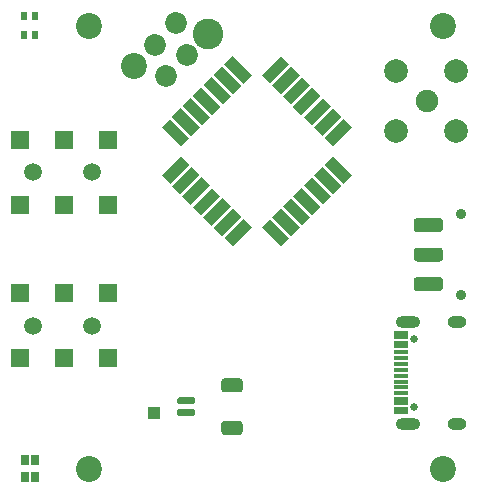
<source format=gbr>
G04 #@! TF.GenerationSoftware,KiCad,Pcbnew,7.0.3*
G04 #@! TF.CreationDate,2023-05-21T14:10:43+02:00*
G04 #@! TF.ProjectId,ultramote,756c7472-616d-46f7-9465-2e6b69636164,0.2a*
G04 #@! TF.SameCoordinates,Original*
G04 #@! TF.FileFunction,Soldermask,Top*
G04 #@! TF.FilePolarity,Negative*
%FSLAX46Y46*%
G04 Gerber Fmt 4.6, Leading zero omitted, Abs format (unit mm)*
G04 Created by KiCad (PCBNEW 7.0.3) date 2023-05-21 14:10:43*
%MOMM*%
%LPD*%
G01*
G04 APERTURE LIST*
%ADD10C,1.500000*%
%ADD11R,1.500000X1.500000*%
%ADD12C,0.650000*%
%ADD13R,1.150000X0.300000*%
%ADD14O,2.100000X1.000000*%
%ADD15O,1.600000X1.000000*%
%ADD16R,0.650000X0.850000*%
%ADD17C,2.200000*%
%ADD18R,0.550000X0.800000*%
%ADD19C,1.900000*%
%ADD20C,2.000000*%
%ADD21R,1.000000X1.000000*%
%ADD22C,2.600000*%
%ADD23C,1.850000*%
%ADD24C,0.900000*%
G04 APERTURE END LIST*
D10*
X90300000Y-84891804D03*
X95300000Y-84891804D03*
D11*
X89200000Y-82141804D03*
X89200000Y-87641804D03*
X92900000Y-82141804D03*
X96600000Y-82141804D03*
X92900000Y-87641804D03*
X96600000Y-87641804D03*
D12*
X122523461Y-91768938D03*
X122523461Y-85988938D03*
D13*
X121458461Y-92228938D03*
X121458461Y-91428938D03*
X121458461Y-90128938D03*
X121458461Y-89128938D03*
X121458461Y-88628938D03*
X121458461Y-87628938D03*
X121458461Y-86328938D03*
X121458461Y-85528938D03*
X121458461Y-85828938D03*
X121458461Y-86628938D03*
X121458461Y-87128938D03*
X121458461Y-88128938D03*
X121458461Y-89628938D03*
X121458461Y-90628938D03*
X121458461Y-91128938D03*
X121458461Y-91928938D03*
D14*
X122023461Y-93198938D03*
D15*
X126203461Y-93198938D03*
X126203461Y-84558938D03*
D14*
X122023461Y-84558938D03*
D10*
X90300000Y-71891804D03*
X95300000Y-71891804D03*
D11*
X89200000Y-69141804D03*
X89200000Y-74641804D03*
X92900000Y-69141804D03*
X96600000Y-69141804D03*
X92900000Y-74641804D03*
X96600000Y-74641804D03*
D16*
X89575000Y-97725000D03*
X90425000Y-97725000D03*
X89575000Y-96275000D03*
X90425000Y-96275000D03*
D17*
X125000000Y-59500000D03*
D18*
X89550000Y-58700000D03*
X90450000Y-58700000D03*
X90450000Y-60300000D03*
X89550000Y-60300000D03*
D19*
X123667000Y-65860000D03*
D20*
X121000000Y-68400000D03*
X126080000Y-68400000D03*
X121000000Y-63320000D03*
X126080000Y-63320000D03*
D21*
X100500000Y-92300000D03*
D17*
X95000000Y-97000000D03*
X98834207Y-62869741D03*
D22*
X105063818Y-60232233D03*
D23*
X102398026Y-59305923D03*
X100601974Y-61101974D03*
X101500000Y-63796051D03*
X103296051Y-62000000D03*
D17*
X95000000Y-59500000D03*
G36*
X103499794Y-71254012D02*
G01*
X101873449Y-72880357D01*
X101166342Y-72173250D01*
X102792687Y-70546905D01*
X103499794Y-71254012D01*
G37*
G36*
X104383677Y-72137896D02*
G01*
X102757332Y-73764241D01*
X102050225Y-73057134D01*
X103676570Y-71430789D01*
X104383677Y-72137896D01*
G37*
G36*
X105267561Y-73021779D02*
G01*
X103641216Y-74648124D01*
X102934109Y-73941017D01*
X104560454Y-72314672D01*
X105267561Y-73021779D01*
G37*
G36*
X106151444Y-73905663D02*
G01*
X104525099Y-75532008D01*
X103817992Y-74824901D01*
X105444337Y-73198556D01*
X106151444Y-73905663D01*
G37*
G36*
X107035328Y-74789546D02*
G01*
X105408983Y-76415891D01*
X104701876Y-75708784D01*
X106328221Y-74082439D01*
X107035328Y-74789546D01*
G37*
G36*
X107919211Y-75673430D02*
G01*
X106292866Y-77299775D01*
X105585759Y-76592668D01*
X107212104Y-74966323D01*
X107919211Y-75673430D01*
G37*
G36*
X108803095Y-76557313D02*
G01*
X107176750Y-78183658D01*
X106469643Y-77476551D01*
X108095988Y-75850206D01*
X108803095Y-76557313D01*
G37*
G36*
X110358730Y-75850206D02*
G01*
X111985075Y-77476551D01*
X111277968Y-78183658D01*
X109651623Y-76557313D01*
X110358730Y-75850206D01*
G37*
G36*
X111242614Y-74966323D02*
G01*
X112868959Y-76592668D01*
X112161852Y-77299775D01*
X110535507Y-75673430D01*
X111242614Y-74966323D01*
G37*
G36*
X112126497Y-74082439D02*
G01*
X113752842Y-75708784D01*
X113045735Y-76415891D01*
X111419390Y-74789546D01*
X112126497Y-74082439D01*
G37*
G36*
X113010381Y-73198556D02*
G01*
X114636726Y-74824901D01*
X113929619Y-75532008D01*
X112303274Y-73905663D01*
X113010381Y-73198556D01*
G37*
G36*
X113894264Y-72314672D02*
G01*
X115520609Y-73941017D01*
X114813502Y-74648124D01*
X113187157Y-73021779D01*
X113894264Y-72314672D01*
G37*
G36*
X114778148Y-71430789D02*
G01*
X116404493Y-73057134D01*
X115697386Y-73764241D01*
X114071041Y-72137896D01*
X114778148Y-71430789D01*
G37*
G36*
X115662031Y-70546905D02*
G01*
X117288376Y-72173250D01*
X116581269Y-72880357D01*
X114954924Y-71254012D01*
X115662031Y-70546905D01*
G37*
G36*
X114954924Y-68991270D02*
G01*
X116581269Y-67364925D01*
X117288376Y-68072032D01*
X115662031Y-69698377D01*
X114954924Y-68991270D01*
G37*
G36*
X114071041Y-68107386D02*
G01*
X115697386Y-66481041D01*
X116404493Y-67188148D01*
X114778148Y-68814493D01*
X114071041Y-68107386D01*
G37*
G36*
X113187157Y-67223503D02*
G01*
X114813502Y-65597158D01*
X115520609Y-66304265D01*
X113894264Y-67930610D01*
X113187157Y-67223503D01*
G37*
G36*
X112303274Y-66339619D02*
G01*
X113929619Y-64713274D01*
X114636726Y-65420381D01*
X113010381Y-67046726D01*
X112303274Y-66339619D01*
G37*
G36*
X111419390Y-65455736D02*
G01*
X113045735Y-63829391D01*
X113752842Y-64536498D01*
X112126497Y-66162843D01*
X111419390Y-65455736D01*
G37*
G36*
X110535507Y-64571852D02*
G01*
X112161852Y-62945507D01*
X112868959Y-63652614D01*
X111242614Y-65278959D01*
X110535507Y-64571852D01*
G37*
G36*
X109651623Y-63687969D02*
G01*
X111277968Y-62061624D01*
X111985075Y-62768731D01*
X110358730Y-64395076D01*
X109651623Y-63687969D01*
G37*
G36*
X108095988Y-64395076D02*
G01*
X106469643Y-62768731D01*
X107176750Y-62061624D01*
X108803095Y-63687969D01*
X108095988Y-64395076D01*
G37*
G36*
X107212104Y-65278959D02*
G01*
X105585759Y-63652614D01*
X106292866Y-62945507D01*
X107919211Y-64571852D01*
X107212104Y-65278959D01*
G37*
G36*
X106328221Y-66162843D02*
G01*
X104701876Y-64536498D01*
X105408983Y-63829391D01*
X107035328Y-65455736D01*
X106328221Y-66162843D01*
G37*
G36*
X105444337Y-67046726D02*
G01*
X103817992Y-65420381D01*
X104525099Y-64713274D01*
X106151444Y-66339619D01*
X105444337Y-67046726D01*
G37*
G36*
X104560454Y-67930610D02*
G01*
X102934109Y-66304265D01*
X103641216Y-65597158D01*
X105267561Y-67223503D01*
X104560454Y-67930610D01*
G37*
G36*
X103676570Y-68814493D02*
G01*
X102050225Y-67188148D01*
X102757332Y-66481041D01*
X104383677Y-68107386D01*
X103676570Y-68814493D01*
G37*
G36*
X102792687Y-69698377D02*
G01*
X101166342Y-68072032D01*
X101873449Y-67364925D01*
X103499794Y-68991270D01*
X102792687Y-69698377D01*
G37*
D24*
X126500000Y-75480000D03*
X126500000Y-82280000D03*
G36*
G01*
X124700000Y-76980000D02*
X122800000Y-76980000D01*
G75*
G02*
X122500000Y-76680000I0J300000D01*
G01*
X122500000Y-76080000D01*
G75*
G02*
X122800000Y-75780000I300000J0D01*
G01*
X124700000Y-75780000D01*
G75*
G02*
X125000000Y-76080000I0J-300000D01*
G01*
X125000000Y-76680000D01*
G75*
G02*
X124700000Y-76980000I-300000J0D01*
G01*
G37*
G36*
G01*
X124700000Y-79480000D02*
X122800000Y-79480000D01*
G75*
G02*
X122500000Y-79180000I0J300000D01*
G01*
X122500000Y-78580000D01*
G75*
G02*
X122800000Y-78280000I300000J0D01*
G01*
X124700000Y-78280000D01*
G75*
G02*
X125000000Y-78580000I0J-300000D01*
G01*
X125000000Y-79180000D01*
G75*
G02*
X124700000Y-79480000I-300000J0D01*
G01*
G37*
G36*
G01*
X124700000Y-81980000D02*
X122800000Y-81980000D01*
G75*
G02*
X122500000Y-81680000I0J300000D01*
G01*
X122500000Y-81080000D01*
G75*
G02*
X122800000Y-80780000I300000J0D01*
G01*
X124700000Y-80780000D01*
G75*
G02*
X125000000Y-81080000I0J-300000D01*
G01*
X125000000Y-81680000D01*
G75*
G02*
X124700000Y-81980000I-300000J0D01*
G01*
G37*
D17*
X125000000Y-97000000D03*
G36*
G01*
X103875000Y-92550000D02*
X102625000Y-92550000D01*
G75*
G02*
X102475000Y-92400000I0J150000D01*
G01*
X102475000Y-92100000D01*
G75*
G02*
X102625000Y-91950000I150000J0D01*
G01*
X103875000Y-91950000D01*
G75*
G02*
X104025000Y-92100000I0J-150000D01*
G01*
X104025000Y-92400000D01*
G75*
G02*
X103875000Y-92550000I-150000J0D01*
G01*
G37*
G36*
G01*
X103875000Y-91550000D02*
X102625000Y-91550000D01*
G75*
G02*
X102475000Y-91400000I0J150000D01*
G01*
X102475000Y-91100000D01*
G75*
G02*
X102625000Y-90950000I150000J0D01*
G01*
X103875000Y-90950000D01*
G75*
G02*
X104025000Y-91100000I0J-150000D01*
G01*
X104025000Y-91400000D01*
G75*
G02*
X103875000Y-91550000I-150000J0D01*
G01*
G37*
G36*
G01*
X107775000Y-94150000D02*
X106475000Y-94150000D01*
G75*
G02*
X106225000Y-93900000I0J250000D01*
G01*
X106225000Y-93200000D01*
G75*
G02*
X106475000Y-92950000I250000J0D01*
G01*
X107775000Y-92950000D01*
G75*
G02*
X108025000Y-93200000I0J-250000D01*
G01*
X108025000Y-93900000D01*
G75*
G02*
X107775000Y-94150000I-250000J0D01*
G01*
G37*
G36*
G01*
X107775000Y-90550000D02*
X106475000Y-90550000D01*
G75*
G02*
X106225000Y-90300000I0J250000D01*
G01*
X106225000Y-89600000D01*
G75*
G02*
X106475000Y-89350000I250000J0D01*
G01*
X107775000Y-89350000D01*
G75*
G02*
X108025000Y-89600000I0J-250000D01*
G01*
X108025000Y-90300000D01*
G75*
G02*
X107775000Y-90550000I-250000J0D01*
G01*
G37*
M02*

</source>
